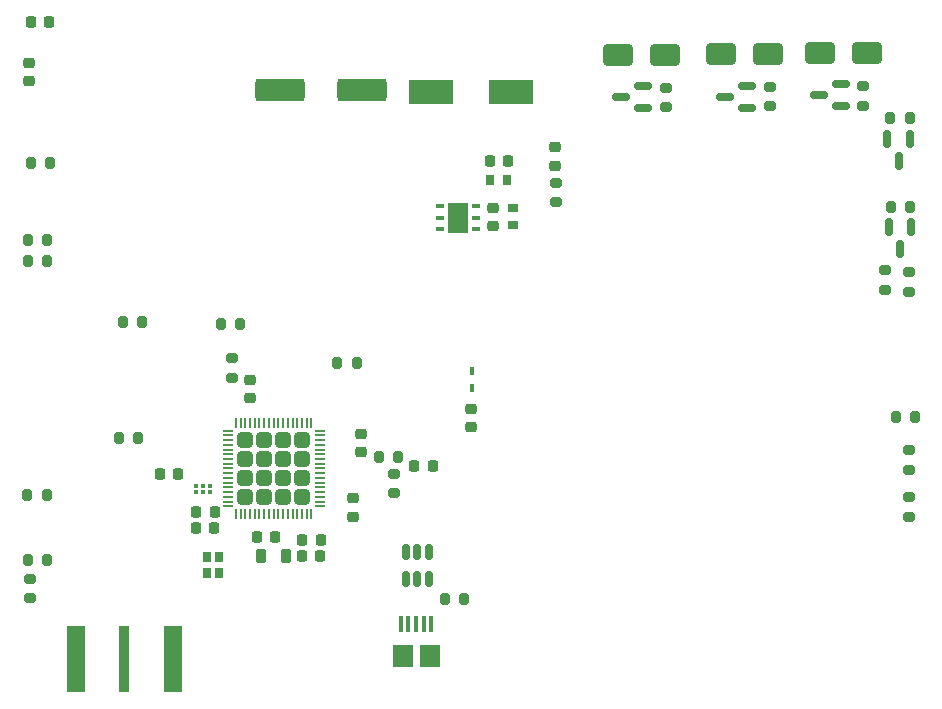
<source format=gbr>
%TF.GenerationSoftware,KiCad,Pcbnew,7.0.7*%
%TF.CreationDate,2024-05-12T12:23:43+02:00*%
%TF.ProjectId,Astroplant_AL,41737472-6f70-46c6-916e-745f414c2e6b,rev?*%
%TF.SameCoordinates,Original*%
%TF.FileFunction,Paste,Top*%
%TF.FilePolarity,Positive*%
%FSLAX46Y46*%
G04 Gerber Fmt 4.6, Leading zero omitted, Abs format (unit mm)*
G04 Created by KiCad (PCBNEW 7.0.7) date 2024-05-12 12:23:43*
%MOMM*%
%LPD*%
G01*
G04 APERTURE LIST*
G04 Aperture macros list*
%AMRoundRect*
0 Rectangle with rounded corners*
0 $1 Rounding radius*
0 $2 $3 $4 $5 $6 $7 $8 $9 X,Y pos of 4 corners*
0 Add a 4 corners polygon primitive as box body*
4,1,4,$2,$3,$4,$5,$6,$7,$8,$9,$2,$3,0*
0 Add four circle primitives for the rounded corners*
1,1,$1+$1,$2,$3*
1,1,$1+$1,$4,$5*
1,1,$1+$1,$6,$7*
1,1,$1+$1,$8,$9*
0 Add four rect primitives between the rounded corners*
20,1,$1+$1,$2,$3,$4,$5,0*
20,1,$1+$1,$4,$5,$6,$7,0*
20,1,$1+$1,$6,$7,$8,$9,0*
20,1,$1+$1,$8,$9,$2,$3,0*%
G04 Aperture macros list end*
%ADD10RoundRect,0.225000X0.250000X-0.225000X0.250000X0.225000X-0.250000X0.225000X-0.250000X-0.225000X0*%
%ADD11RoundRect,0.200000X0.200000X0.275000X-0.200000X0.275000X-0.200000X-0.275000X0.200000X-0.275000X0*%
%ADD12RoundRect,0.200000X-0.275000X0.200000X-0.275000X-0.200000X0.275000X-0.200000X0.275000X0.200000X0*%
%ADD13RoundRect,0.225000X-0.250000X0.225000X-0.250000X-0.225000X0.250000X-0.225000X0.250000X0.225000X0*%
%ADD14RoundRect,0.200000X0.275000X-0.200000X0.275000X0.200000X-0.275000X0.200000X-0.275000X-0.200000X0*%
%ADD15R,0.750000X0.850000*%
%ADD16R,1.650000X5.600000*%
%ADD17R,0.900000X5.600000*%
%ADD18RoundRect,0.200000X-0.200000X-0.275000X0.200000X-0.275000X0.200000X0.275000X-0.200000X0.275000X0*%
%ADD19RoundRect,0.225000X0.225000X0.250000X-0.225000X0.250000X-0.225000X-0.250000X0.225000X-0.250000X0*%
%ADD20RoundRect,0.250000X1.825000X0.700000X-1.825000X0.700000X-1.825000X-0.700000X1.825000X-0.700000X0*%
%ADD21RoundRect,0.150000X0.587500X0.150000X-0.587500X0.150000X-0.587500X-0.150000X0.587500X-0.150000X0*%
%ADD22RoundRect,0.150000X-0.150000X0.587500X-0.150000X-0.587500X0.150000X-0.587500X0.150000X0.587500X0*%
%ADD23R,0.300000X0.300000*%
%ADD24RoundRect,0.249999X-0.395001X0.395001X-0.395001X-0.395001X0.395001X-0.395001X0.395001X0.395001X0*%
%ADD25RoundRect,0.062500X-0.062500X0.400000X-0.062500X-0.400000X0.062500X-0.400000X0.062500X0.400000X0*%
%ADD26RoundRect,0.062500X-0.400000X0.062500X-0.400000X-0.062500X0.400000X-0.062500X0.400000X0.062500X0*%
%ADD27RoundRect,0.150000X-0.150000X0.512500X-0.150000X-0.512500X0.150000X-0.512500X0.150000X0.512500X0*%
%ADD28R,3.800000X2.150000*%
%ADD29R,0.800000X0.400000*%
%ADD30R,1.750000X2.500000*%
%ADD31R,0.420000X0.700000*%
%ADD32R,0.400000X1.350000*%
%ADD33R,1.800000X1.900000*%
%ADD34RoundRect,0.225000X-0.225000X-0.250000X0.225000X-0.250000X0.225000X0.250000X-0.225000X0.250000X0*%
%ADD35R,0.750000X0.940000*%
%ADD36RoundRect,0.250000X1.000000X0.650000X-1.000000X0.650000X-1.000000X-0.650000X1.000000X-0.650000X0*%
%ADD37RoundRect,0.218750X-0.218750X-0.381250X0.218750X-0.381250X0.218750X0.381250X-0.218750X0.381250X0*%
%ADD38R,0.940000X0.750000*%
%ADD39RoundRect,0.218750X0.218750X0.256250X-0.218750X0.256250X-0.218750X-0.256250X0.218750X-0.256250X0*%
%ADD40RoundRect,0.218750X-0.256250X0.218750X-0.256250X-0.218750X0.256250X-0.218750X0.256250X0.218750X0*%
G04 APERTURE END LIST*
D10*
%TO.C,C12*%
X108975000Y-108055000D03*
X108975000Y-106505000D03*
%TD*%
D11*
%TO.C,R13*%
X73105000Y-119240000D03*
X71455000Y-119240000D03*
%TD*%
D12*
%TO.C,R11*%
X116200000Y-87335000D03*
X116200000Y-88985000D03*
%TD*%
D13*
%TO.C,C9*%
X99690000Y-108625000D03*
X99690000Y-110175000D03*
%TD*%
D14*
%TO.C,R5*%
X146110786Y-115619691D03*
X146110786Y-113969691D03*
%TD*%
D15*
%TO.C,Y1*%
X87686000Y-120404000D03*
X87686000Y-119054000D03*
X86636000Y-119054000D03*
X86636000Y-120404000D03*
%TD*%
D16*
%TO.C,J6*%
X75532000Y-127662000D03*
D17*
X79657000Y-127662000D03*
D16*
X83782000Y-127662000D03*
%TD*%
D18*
%TO.C,R20*%
X79185000Y-108966000D03*
X80835000Y-108966000D03*
%TD*%
D11*
%TO.C,R16*%
X99314000Y-102616000D03*
X97664000Y-102616000D03*
%TD*%
D19*
%TO.C,C6*%
X92405000Y-117330000D03*
X90855000Y-117330000D03*
%TD*%
D20*
%TO.C,C3*%
X99750000Y-79490000D03*
X92800000Y-79490000D03*
%TD*%
D18*
%TO.C,R21*%
X71730000Y-85640000D03*
X73380000Y-85640000D03*
%TD*%
D21*
%TO.C,Q5*%
X123535500Y-81045500D03*
X123535500Y-79145500D03*
X121660500Y-80095500D03*
%TD*%
D14*
%TO.C,R19*%
X102440000Y-113620000D03*
X102440000Y-111970000D03*
%TD*%
D12*
%TO.C,R4*%
X144050786Y-94759691D03*
X144050786Y-96409691D03*
%TD*%
%TO.C,R1*%
X146050786Y-94909691D03*
X146050786Y-96559691D03*
%TD*%
D19*
%TO.C,C7*%
X96205000Y-118935000D03*
X94655000Y-118935000D03*
%TD*%
D22*
%TO.C,Q1*%
X146150786Y-83657191D03*
X144250786Y-83657191D03*
X145200786Y-85532191D03*
%TD*%
D23*
%TO.C,FL2*%
X85723000Y-113530000D03*
X86310000Y-113530000D03*
X86897000Y-113530000D03*
X86897000Y-113030000D03*
X86310000Y-113030000D03*
X85723000Y-113030000D03*
%TD*%
D18*
%TO.C,R6*%
X87821000Y-99314000D03*
X89471000Y-99314000D03*
%TD*%
%TO.C,R22*%
X71470000Y-93950000D03*
X73120000Y-93950000D03*
%TD*%
D10*
%TO.C,C18*%
X110880000Y-90985000D03*
X110880000Y-89435000D03*
%TD*%
D13*
%TO.C,C11*%
X99005000Y-114055000D03*
X99005000Y-115605000D03*
%TD*%
D24*
%TO.C,U2*%
X94685000Y-109130000D03*
X93085000Y-109130000D03*
X91485000Y-109130000D03*
X89885000Y-109130000D03*
X94685000Y-110730000D03*
X93085000Y-110730000D03*
X91485000Y-110730000D03*
X89885000Y-110730000D03*
X94685000Y-112330000D03*
X93085000Y-112330000D03*
X91485000Y-112330000D03*
X89885000Y-112330000D03*
X94685000Y-113930000D03*
X93085000Y-113930000D03*
X91485000Y-113930000D03*
X89885000Y-113930000D03*
D25*
X95485000Y-107642500D03*
X95085000Y-107642500D03*
X94685000Y-107642500D03*
X94285000Y-107642500D03*
X93885000Y-107642500D03*
X93485000Y-107642500D03*
X93085000Y-107642500D03*
X92685000Y-107642500D03*
X92285000Y-107642500D03*
X91885000Y-107642500D03*
X91485000Y-107642500D03*
X91085000Y-107642500D03*
X90685000Y-107642500D03*
X90285000Y-107642500D03*
X89885000Y-107642500D03*
X89485000Y-107642500D03*
X89085000Y-107642500D03*
D26*
X88397500Y-108330000D03*
X88397500Y-108730000D03*
X88397500Y-109130000D03*
X88397500Y-109530000D03*
X88397500Y-109930000D03*
X88397500Y-110330000D03*
X88397500Y-110730000D03*
X88397500Y-111130000D03*
X88397500Y-111530000D03*
X88397500Y-111930000D03*
X88397500Y-112330000D03*
X88397500Y-112730000D03*
X88397500Y-113130000D03*
X88397500Y-113530000D03*
X88397500Y-113930000D03*
X88397500Y-114330000D03*
X88397500Y-114730000D03*
D25*
X89085000Y-115417500D03*
X89485000Y-115417500D03*
X89885000Y-115417500D03*
X90285000Y-115417500D03*
X90685000Y-115417500D03*
X91085000Y-115417500D03*
X91485000Y-115417500D03*
X91885000Y-115417500D03*
X92285000Y-115417500D03*
X92685000Y-115417500D03*
X93085000Y-115417500D03*
X93485000Y-115417500D03*
X93885000Y-115417500D03*
X94285000Y-115417500D03*
X94685000Y-115417500D03*
X95085000Y-115417500D03*
X95485000Y-115417500D03*
D26*
X96172500Y-114730000D03*
X96172500Y-114330000D03*
X96172500Y-113930000D03*
X96172500Y-113530000D03*
X96172500Y-113130000D03*
X96172500Y-112730000D03*
X96172500Y-112330000D03*
X96172500Y-111930000D03*
X96172500Y-111530000D03*
X96172500Y-111130000D03*
X96172500Y-110730000D03*
X96172500Y-110330000D03*
X96172500Y-109930000D03*
X96172500Y-109530000D03*
X96172500Y-109130000D03*
X96172500Y-108730000D03*
X96172500Y-108330000D03*
%TD*%
D11*
%TO.C,R24*%
X146621000Y-107188000D03*
X144971000Y-107188000D03*
%TD*%
D12*
%TO.C,R8*%
X142215500Y-79165500D03*
X142215500Y-80815500D03*
%TD*%
D27*
%TO.C,U1*%
X105400000Y-118600000D03*
X104450000Y-118600000D03*
X103500000Y-118600000D03*
X103500000Y-120875000D03*
X104450000Y-120875000D03*
X105400000Y-120875000D03*
%TD*%
D19*
%TO.C,C13*%
X84217000Y-112012000D03*
X82667000Y-112012000D03*
%TD*%
D21*
%TO.C,Q3*%
X140298000Y-80855500D03*
X140298000Y-78955500D03*
X138423000Y-79905500D03*
%TD*%
D11*
%TO.C,R15*%
X73070000Y-113750000D03*
X71420000Y-113750000D03*
%TD*%
%TO.C,R27*%
X102835000Y-110550000D03*
X101185000Y-110550000D03*
%TD*%
D28*
%TO.C,C4*%
X112400000Y-79690000D03*
X105600000Y-79690000D03*
%TD*%
D19*
%TO.C,C14*%
X87290000Y-115240000D03*
X85740000Y-115240000D03*
%TD*%
D29*
%TO.C,PS1*%
X109385000Y-91232500D03*
X109385000Y-90282500D03*
X109385000Y-89332500D03*
X106385000Y-89332500D03*
X106385000Y-90282500D03*
X106385000Y-91232500D03*
D30*
X107885000Y-90282500D03*
%TD*%
D12*
%TO.C,R14*%
X71635000Y-120855000D03*
X71635000Y-122505000D03*
%TD*%
D31*
%TO.C,D1*%
X109085000Y-103290000D03*
X109085000Y-104740000D03*
%TD*%
D32*
%TO.C,J15*%
X103050000Y-124725000D03*
X103700000Y-124725000D03*
X104350000Y-124725000D03*
X105000000Y-124725000D03*
X105650000Y-124725000D03*
D33*
X103200000Y-127400000D03*
X105500000Y-127400000D03*
%TD*%
D34*
%TO.C,C1*%
X71710000Y-73720000D03*
X73260000Y-73720000D03*
%TD*%
D35*
%TO.C,C16*%
X110620000Y-87070000D03*
X112020000Y-87070000D03*
%TD*%
D18*
%TO.C,R18*%
X79525000Y-99160000D03*
X81175000Y-99160000D03*
%TD*%
D36*
%TO.C,D3*%
X134140500Y-76470500D03*
X130140500Y-76470500D03*
%TD*%
D34*
%TO.C,C17*%
X110585000Y-85510000D03*
X112135000Y-85510000D03*
%TD*%
D10*
%TO.C,C10*%
X90315000Y-105575000D03*
X90315000Y-104025000D03*
%TD*%
D37*
%TO.C,L1*%
X91188500Y-118917000D03*
X93313500Y-118917000D03*
%TD*%
D12*
%TO.C,R9*%
X134315500Y-79190500D03*
X134315500Y-80840500D03*
%TD*%
D38*
%TO.C,C15*%
X112530000Y-90910000D03*
X112530000Y-89510000D03*
%TD*%
D39*
%TO.C,D6*%
X105767500Y-111360000D03*
X104192500Y-111360000D03*
%TD*%
D18*
%TO.C,R2*%
X144515786Y-89364691D03*
X146165786Y-89364691D03*
%TD*%
D11*
%TO.C,R12*%
X108425000Y-122550000D03*
X106775000Y-122550000D03*
%TD*%
D36*
%TO.C,D4*%
X125430500Y-76485500D03*
X121430500Y-76485500D03*
%TD*%
D21*
%TO.C,Q4*%
X132395500Y-81005500D03*
X132395500Y-79105500D03*
X130520500Y-80055500D03*
%TD*%
D12*
%TO.C,R7*%
X146120786Y-109984691D03*
X146120786Y-111634691D03*
%TD*%
D19*
%TO.C,C8*%
X87278000Y-116532000D03*
X85728000Y-116532000D03*
%TD*%
D22*
%TO.C,Q2*%
X146280786Y-91097191D03*
X144380786Y-91097191D03*
X145330786Y-92972191D03*
%TD*%
D40*
%TO.C,D5*%
X116140000Y-84342500D03*
X116140000Y-85917500D03*
%TD*%
D13*
%TO.C,C2*%
X71575000Y-77175000D03*
X71575000Y-78725000D03*
%TD*%
D34*
%TO.C,C5*%
X94707000Y-117596000D03*
X96257000Y-117596000D03*
%TD*%
D18*
%TO.C,R3*%
X144495786Y-81844691D03*
X146145786Y-81844691D03*
%TD*%
%TO.C,R23*%
X71480000Y-92220000D03*
X73130000Y-92220000D03*
%TD*%
D12*
%TO.C,R10*%
X125505500Y-79280500D03*
X125505500Y-80930500D03*
%TD*%
D14*
%TO.C,R17*%
X88788660Y-103852466D03*
X88788660Y-102202466D03*
%TD*%
D36*
%TO.C,D2*%
X142538000Y-76350500D03*
X138538000Y-76350500D03*
%TD*%
M02*

</source>
